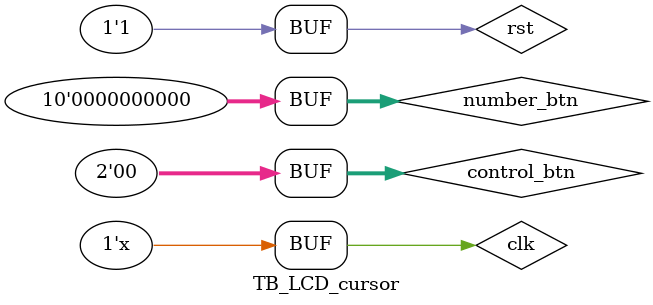
<source format=v>
`timescale 1us / 1ps


module TB_LCD_cursor();

reg clk, rst;
reg [9:0] number_btn;
reg [1:0] control_btn;

wire LCD_E, LCD_RS, LCD_RW;
wire [7:0] LCD_DATA;
wire [7:0] LED_out;

LCD_cursor u0(clk, rst, LCD_E, LCD_RS, LCD_RW, LCD_DATA, LED_out, number_btn, control_btn);

initial begin
    clk <= 0;
    rst <= 1;
    number_btn <= 10'b0000_0000_00;
    control_btn <= 2'b00;
    #10 rst <= 0;
    #10 rst <= 1;
    #300 number_btn <= 10'b1000_0000_00; // 1
    #30 number_btn <= 10'b0000_0000_00; 
    #30 control_btn <= 2'b10; // cursor shift left
    #30 control_btn <= 2'b00;
    #30 number_btn <= 10'b0000_0000_01; // 0
    #30 number_btn <= 10'b0000_0000_00;
    #30 control_btn <= 2'b01; // cursor shift right
    #30 control_btn <= 2'b00;
end

always #0.5 clk <= ~clk; // clock frequency 1MHz\

endmodule

</source>
